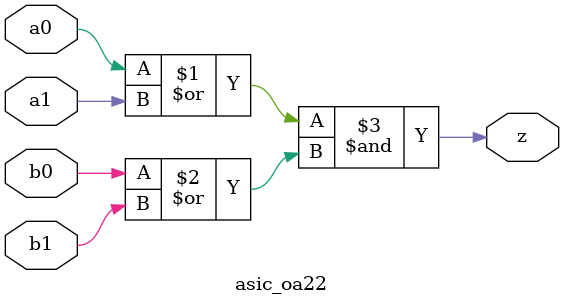
<source format=v>

module asic_oa22 #(parameter PROP = "DEFAULT")   (
    input  a0,
    input  a1,
    input  b0,
    input  b1,
    output z
    );

   assign z = (a0 | a1) & (b0 | b1);

endmodule

</source>
